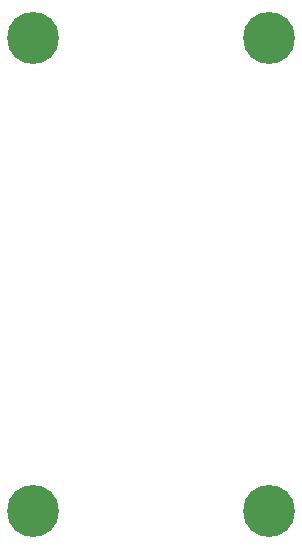
<source format=gbl>
%TF.GenerationSoftware,KiCad,Pcbnew,8.0.8*%
%TF.CreationDate,2025-01-29T17:03:44+00:00*%
%TF.ProjectId,ec30_2x4_l2_mh_0.1,65633330-5f32-4783-945f-6c325f6d685f,v0.1*%
%TF.SameCoordinates,PX8d24d00PY36d6160*%
%TF.FileFunction,Copper,L4,Bot*%
%TF.FilePolarity,Positive*%
%FSLAX46Y46*%
G04 Gerber Fmt 4.6, Leading zero omitted, Abs format (unit mm)*
G04 Created by KiCad (PCBNEW 8.0.8) date 2025-01-29 17:03:44*
%MOMM*%
%LPD*%
G01*
G04 APERTURE LIST*
%TA.AperFunction,ComponentPad*%
%ADD10C,4.400000*%
%TD*%
%TA.AperFunction,FiducialPad,Local*%
%ADD11C,4.400000*%
%TD*%
G04 APERTURE END LIST*
D10*
%TO.P,MH3,MH3,MH3*%
%TO.N,JD_PWR*%
X-10000000Y-20000000D03*
%TD*%
%TO.P,MH4,MH4,MH4*%
%TO.N,GND*%
X10000000Y-20000001D03*
%TD*%
%TO.P,MH2,MH2,MH2*%
%TO.N,GND*%
X10000000Y20000000D03*
%TD*%
D11*
%TO.P,MH1,MH1,MH1*%
%TO.N,JD_DATA*%
X-10000000Y20000000D03*
%TD*%
M02*

</source>
